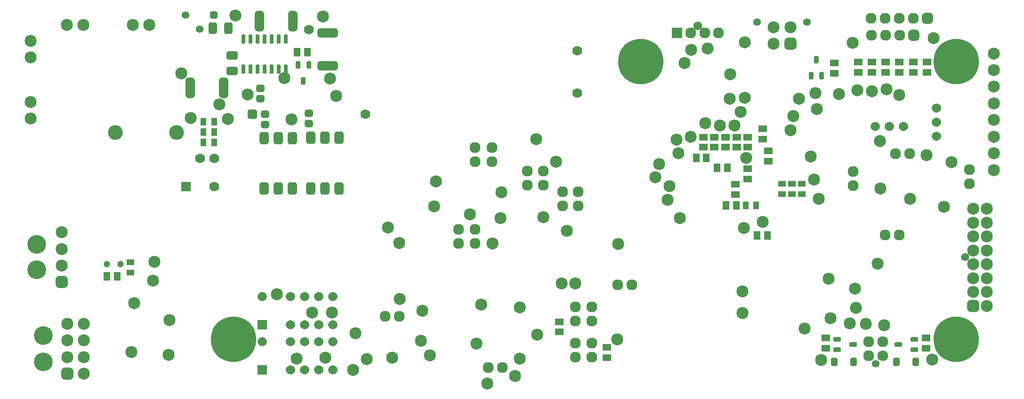
<source format=gbs>
G04*
G04 #@! TF.GenerationSoftware,Altium Limited,Altium Designer,23.0.1 (38)*
G04*
G04 Layer_Color=16711935*
%FSLAX44Y44*%
%MOMM*%
G71*
G04*
G04 #@! TF.SameCoordinates,45C13FE1-74D7-4DC4-897C-9120B35D5960*
G04*
G04*
G04 #@! TF.FilePolarity,Negative*
G04*
G01*
G75*
%ADD46R,1.3100X1.5100*%
G04:AMPARAMS|DCode=47|XSize=0.81mm|YSize=1.41mm|CornerRadius=0.2425mm|HoleSize=0mm|Usage=FLASHONLY|Rotation=90.000|XOffset=0mm|YOffset=0mm|HoleType=Round|Shape=RoundedRectangle|*
%AMROUNDEDRECTD47*
21,1,0.8100,0.9250,0,0,90.0*
21,1,0.3250,1.4100,0,0,90.0*
1,1,0.4850,0.4625,0.1625*
1,1,0.4850,0.4625,-0.1625*
1,1,0.4850,-0.4625,-0.1625*
1,1,0.4850,-0.4625,0.1625*
%
%ADD47ROUNDEDRECTD47*%
%ADD48R,1.5100X1.3100*%
%ADD51R,1.4600X1.0600*%
%ADD56R,1.0600X1.4600*%
G04:AMPARAMS|DCode=59|XSize=0.81mm|YSize=1.41mm|CornerRadius=0.2425mm|HoleSize=0mm|Usage=FLASHONLY|Rotation=180.000|XOffset=0mm|YOffset=0mm|HoleType=Round|Shape=RoundedRectangle|*
%AMROUNDEDRECTD59*
21,1,0.8100,0.9250,0,0,180.0*
21,1,0.3250,1.4100,0,0,180.0*
1,1,0.4850,-0.1625,0.4625*
1,1,0.4850,0.1625,0.4625*
1,1,0.4850,0.1625,-0.4625*
1,1,0.4850,-0.1625,-0.4625*
%
%ADD59ROUNDEDRECTD59*%
G04:AMPARAMS|DCode=68|XSize=1.46mm|YSize=1.26mm|CornerRadius=0.355mm|HoleSize=0mm|Usage=FLASHONLY|Rotation=90.000|XOffset=0mm|YOffset=0mm|HoleType=Round|Shape=RoundedRectangle|*
%AMROUNDEDRECTD68*
21,1,1.4600,0.5500,0,0,90.0*
21,1,0.7500,1.2600,0,0,90.0*
1,1,0.7100,0.2750,0.3750*
1,1,0.7100,0.2750,-0.3750*
1,1,0.7100,-0.2750,-0.3750*
1,1,0.7100,-0.2750,0.3750*
%
%ADD68ROUNDEDRECTD68*%
%ADD71C,2.1600*%
G04:AMPARAMS|DCode=72|XSize=2.16mm|YSize=2.16mm|CornerRadius=0.58mm|HoleSize=0mm|Usage=FLASHONLY|Rotation=180.000|XOffset=0mm|YOffset=0mm|HoleType=Round|Shape=RoundedRectangle|*
%AMROUNDEDRECTD72*
21,1,2.1600,1.0000,0,0,180.0*
21,1,1.0000,2.1600,0,0,180.0*
1,1,1.1600,-0.5000,0.5000*
1,1,1.1600,0.5000,0.5000*
1,1,1.1600,0.5000,-0.5000*
1,1,1.1600,-0.5000,-0.5000*
%
%ADD72ROUNDEDRECTD72*%
%ADD73C,1.4600*%
%ADD74O,1.9600X1.8600*%
%ADD75C,1.9600*%
%ADD76C,1.3600*%
%ADD77C,3.3600*%
G04:AMPARAMS|DCode=78|XSize=2.16mm|YSize=2.16mm|CornerRadius=0.58mm|HoleSize=0mm|Usage=FLASHONLY|Rotation=270.000|XOffset=0mm|YOffset=0mm|HoleType=Round|Shape=RoundedRectangle|*
%AMROUNDEDRECTD78*
21,1,2.1600,1.0000,0,0,270.0*
21,1,1.0000,2.1600,0,0,270.0*
1,1,1.1600,-0.5000,-0.5000*
1,1,1.1600,-0.5000,0.5000*
1,1,1.1600,0.5000,0.5000*
1,1,1.1600,0.5000,-0.5000*
%
%ADD78ROUNDEDRECTD78*%
%ADD79C,2.6600*%
%ADD80C,1.6600*%
%ADD81R,1.6600X1.6600*%
%ADD82C,1.7600*%
G04:AMPARAMS|DCode=83|XSize=1.76mm|YSize=1.76mm|CornerRadius=0.48mm|HoleSize=0mm|Usage=FLASHONLY|Rotation=0.000|XOffset=0mm|YOffset=0mm|HoleType=Round|Shape=RoundedRectangle|*
%AMROUNDEDRECTD83*
21,1,1.7600,0.8000,0,0,0.0*
21,1,0.8000,1.7600,0,0,0.0*
1,1,0.9600,0.4000,-0.4000*
1,1,0.9600,-0.4000,-0.4000*
1,1,0.9600,-0.4000,0.4000*
1,1,0.9600,0.4000,0.4000*
%
%ADD83ROUNDEDRECTD83*%
%ADD84C,1.5600*%
%ADD85R,1.9600X1.9600*%
%ADD86C,8.1600*%
%ADD87R,1.7600X1.7600*%
%ADD88C,1.1600*%
G04:AMPARAMS|DCode=89|XSize=1.36mm|YSize=1.36mm|CornerRadius=0.38mm|HoleSize=0mm|Usage=FLASHONLY|Rotation=270.000|XOffset=0mm|YOffset=0mm|HoleType=Round|Shape=RoundedRectangle|*
%AMROUNDEDRECTD89*
21,1,1.3600,0.6000,0,0,270.0*
21,1,0.6000,1.3600,0,0,270.0*
1,1,0.7600,-0.3000,-0.3000*
1,1,0.7600,-0.3000,0.3000*
1,1,0.7600,0.3000,0.3000*
1,1,0.7600,0.3000,-0.3000*
%
%ADD89ROUNDEDRECTD89*%
G04:AMPARAMS|DCode=90|XSize=1.96mm|YSize=1.96mm|CornerRadius=0.53mm|HoleSize=0mm|Usage=FLASHONLY|Rotation=270.000|XOffset=0mm|YOffset=0mm|HoleType=Round|Shape=RoundedRectangle|*
%AMROUNDEDRECTD90*
21,1,1.9600,0.9000,0,0,270.0*
21,1,0.9000,1.9600,0,0,270.0*
1,1,1.0600,-0.4500,-0.4500*
1,1,1.0600,-0.4500,0.4500*
1,1,1.0600,0.4500,0.4500*
1,1,1.0600,0.4500,-0.4500*
%
%ADD90ROUNDEDRECTD90*%
G04:AMPARAMS|DCode=127|XSize=3.66mm|YSize=1.66mm|CornerRadius=0.455mm|HoleSize=0mm|Usage=FLASHONLY|Rotation=0.000|XOffset=0mm|YOffset=0mm|HoleType=Round|Shape=RoundedRectangle|*
%AMROUNDEDRECTD127*
21,1,3.6600,0.7500,0,0,0.0*
21,1,2.7500,1.6600,0,0,0.0*
1,1,0.9100,1.3750,-0.3750*
1,1,0.9100,-1.3750,-0.3750*
1,1,0.9100,-1.3750,0.3750*
1,1,0.9100,1.3750,0.3750*
%
%ADD127ROUNDEDRECTD127*%
G04:AMPARAMS|DCode=128|XSize=3.66mm|YSize=1.66mm|CornerRadius=0.455mm|HoleSize=0mm|Usage=FLASHONLY|Rotation=270.000|XOffset=0mm|YOffset=0mm|HoleType=Round|Shape=RoundedRectangle|*
%AMROUNDEDRECTD128*
21,1,3.6600,0.7500,0,0,270.0*
21,1,2.7500,1.6600,0,0,270.0*
1,1,0.9100,-0.3750,-1.3750*
1,1,0.9100,-0.3750,1.3750*
1,1,0.9100,0.3750,1.3750*
1,1,0.9100,0.3750,-1.3750*
%
%ADD128ROUNDEDRECTD128*%
G04:AMPARAMS|DCode=129|XSize=1.51mm|YSize=1.31mm|CornerRadius=0.3675mm|HoleSize=0mm|Usage=FLASHONLY|Rotation=0.000|XOffset=0mm|YOffset=0mm|HoleType=Round|Shape=RoundedRectangle|*
%AMROUNDEDRECTD129*
21,1,1.5100,0.5750,0,0,0.0*
21,1,0.7750,1.3100,0,0,0.0*
1,1,0.7350,0.3875,-0.2875*
1,1,0.7350,-0.3875,-0.2875*
1,1,0.7350,-0.3875,0.2875*
1,1,0.7350,0.3875,0.2875*
%
%ADD129ROUNDEDRECTD129*%
G04:AMPARAMS|DCode=130|XSize=0.76mm|YSize=1.61mm|CornerRadius=0.23mm|HoleSize=0mm|Usage=FLASHONLY|Rotation=0.000|XOffset=0mm|YOffset=0mm|HoleType=Round|Shape=RoundedRectangle|*
%AMROUNDEDRECTD130*
21,1,0.7600,1.1500,0,0,0.0*
21,1,0.3000,1.6100,0,0,0.0*
1,1,0.4600,0.1500,-0.5750*
1,1,0.4600,-0.1500,-0.5750*
1,1,0.4600,-0.1500,0.5750*
1,1,0.4600,0.1500,0.5750*
%
%ADD130ROUNDEDRECTD130*%
G04:AMPARAMS|DCode=131|XSize=2.11mm|YSize=1.56mm|CornerRadius=0.43mm|HoleSize=0mm|Usage=FLASHONLY|Rotation=270.000|XOffset=0mm|YOffset=0mm|HoleType=Round|Shape=RoundedRectangle|*
%AMROUNDEDRECTD131*
21,1,2.1100,0.7000,0,0,270.0*
21,1,1.2500,1.5600,0,0,270.0*
1,1,0.8600,-0.3500,-0.6250*
1,1,0.8600,-0.3500,0.6250*
1,1,0.8600,0.3500,0.6250*
1,1,0.8600,0.3500,-0.6250*
%
%ADD131ROUNDEDRECTD131*%
G04:AMPARAMS|DCode=132|XSize=2.11mm|YSize=1.56mm|CornerRadius=0.43mm|HoleSize=0mm|Usage=FLASHONLY|Rotation=180.000|XOffset=0mm|YOffset=0mm|HoleType=Round|Shape=RoundedRectangle|*
%AMROUNDEDRECTD132*
21,1,2.1100,0.7000,0,0,180.0*
21,1,1.2500,1.5600,0,0,180.0*
1,1,0.8600,-0.6250,0.3500*
1,1,0.8600,0.6250,0.3500*
1,1,0.8600,0.6250,-0.3500*
1,1,0.8600,-0.6250,-0.3500*
%
%ADD132ROUNDEDRECTD132*%
G04:AMPARAMS|DCode=133|XSize=1.66mm|YSize=2.26mm|CornerRadius=0.455mm|HoleSize=0mm|Usage=FLASHONLY|Rotation=180.000|XOffset=0mm|YOffset=0mm|HoleType=Round|Shape=RoundedRectangle|*
%AMROUNDEDRECTD133*
21,1,1.6600,1.3500,0,0,180.0*
21,1,0.7500,2.2600,0,0,180.0*
1,1,0.9100,-0.3750,0.6750*
1,1,0.9100,0.3750,0.6750*
1,1,0.9100,0.3750,-0.6750*
1,1,0.9100,-0.3750,-0.6750*
%
%ADD133ROUNDEDRECTD133*%
D46*
X1360250Y287000D02*
D03*
X1341750D02*
D03*
X191000Y213250D02*
D03*
X172500D02*
D03*
X1250750Y426500D02*
D03*
X1232250D02*
D03*
X1270000Y409000D02*
D03*
X1288500D02*
D03*
X1304250Y341000D02*
D03*
X1285750D02*
D03*
X514750Y616500D02*
D03*
X533250D02*
D03*
D47*
X1596088Y90500D02*
D03*
X1624588Y100000D02*
D03*
Y81000D02*
D03*
X1486000Y100000D02*
D03*
Y81000D02*
D03*
X1514500Y90500D02*
D03*
D48*
X1646000Y102250D02*
D03*
Y83750D02*
D03*
X1465000D02*
D03*
Y102250D02*
D03*
X986000Y112750D02*
D03*
Y131250D02*
D03*
X1072000Y66750D02*
D03*
Y85250D02*
D03*
X1647220Y598950D02*
D03*
Y580450D02*
D03*
X1480250Y578750D02*
D03*
Y597250D02*
D03*
X1361750Y420250D02*
D03*
Y438750D02*
D03*
X1352250Y460500D02*
D03*
Y479000D02*
D03*
X1597716Y580450D02*
D03*
Y598950D02*
D03*
X1622468Y580450D02*
D03*
Y598950D02*
D03*
X1303000Y360750D02*
D03*
Y379250D02*
D03*
X1572964Y580450D02*
D03*
Y598950D02*
D03*
X1548212Y580450D02*
D03*
Y598950D02*
D03*
X1523460Y580450D02*
D03*
Y598950D02*
D03*
X1324750Y406750D02*
D03*
Y388250D02*
D03*
X1325000Y445500D02*
D03*
Y464000D02*
D03*
X1305000Y445500D02*
D03*
Y464000D02*
D03*
X1285000Y445500D02*
D03*
Y464000D02*
D03*
X1265000D02*
D03*
Y445500D02*
D03*
X1245000D02*
D03*
Y464000D02*
D03*
D51*
X1386870Y379900D02*
D03*
Y360900D02*
D03*
X1404650Y379900D02*
D03*
Y360900D02*
D03*
X1422430Y379900D02*
D03*
Y360900D02*
D03*
X215000Y219750D02*
D03*
Y238750D02*
D03*
D56*
X346250Y454500D02*
D03*
X365250D02*
D03*
X346500Y473250D02*
D03*
X365500D02*
D03*
X346500Y491750D02*
D03*
X365500D02*
D03*
X1321500Y340750D02*
D03*
X1340500D02*
D03*
D59*
X516500Y594000D02*
D03*
X535500D02*
D03*
X526000Y565500D02*
D03*
X1457750Y574500D02*
D03*
X1448250Y603000D02*
D03*
X1438750Y574500D02*
D03*
D68*
X1627500Y59000D02*
D03*
X1592500D02*
D03*
X1515500Y59000D02*
D03*
X1480500D02*
D03*
D71*
X561000Y681000D02*
D03*
X957500Y320000D02*
D03*
X1000000Y295000D02*
D03*
X306000Y579000D02*
D03*
X1457000Y62000D02*
D03*
X1570000Y125000D02*
D03*
X1509000Y128000D02*
D03*
X990000Y200000D02*
D03*
X1090000Y100000D02*
D03*
X880000Y318000D02*
D03*
X866000Y272000D02*
D03*
X946000Y108000D02*
D03*
X1015000Y200000D02*
D03*
X1513750Y633750D02*
D03*
X1678250Y338000D02*
D03*
X1453000Y352750D02*
D03*
X323250Y498000D02*
D03*
X1300750Y484750D02*
D03*
X1312000Y509000D02*
D03*
X1293000Y532750D02*
D03*
X1322000Y426500D02*
D03*
X1447000Y543000D02*
D03*
X678250Y301250D02*
D03*
X764250Y383750D02*
D03*
X585000Y538000D02*
D03*
X374750Y523000D02*
D03*
X389750Y496750D02*
D03*
X425750Y540750D02*
D03*
X492000Y570250D02*
D03*
X574000Y569500D02*
D03*
X221250Y164750D02*
D03*
X255750Y205500D02*
D03*
X285000Y134500D02*
D03*
X283500Y71500D02*
D03*
X216500Y76750D02*
D03*
X513500Y65000D02*
D03*
X565500Y66500D02*
D03*
X639500Y64250D02*
D03*
X739500Y151000D02*
D03*
X945000Y460000D02*
D03*
X1252750Y623500D02*
D03*
X1223250Y621500D02*
D03*
X1417000Y533000D02*
D03*
X1522000Y548000D02*
D03*
X1548750Y547000D02*
D03*
X1574250Y549750D02*
D03*
X1597500Y539750D02*
D03*
X1562751Y456550D02*
D03*
X1402000Y476500D02*
D03*
X1222500Y464250D02*
D03*
X1197250Y459250D02*
D03*
X1200500Y434750D02*
D03*
X1166000Y415750D02*
D03*
X1158750Y391500D02*
D03*
X1184250Y375750D02*
D03*
X1203250Y317750D02*
D03*
X1318000Y300000D02*
D03*
X1315500Y146750D02*
D03*
X1474250Y137750D02*
D03*
X1519750Y156500D02*
D03*
X1352000Y311000D02*
D03*
X1563750Y371750D02*
D03*
X1616750Y352750D02*
D03*
X1691500Y418500D02*
D03*
X1646250Y431750D02*
D03*
X980000Y420000D02*
D03*
X1537250Y127250D02*
D03*
X1517750Y191000D02*
D03*
X1427250Y118750D02*
D03*
X1470750Y208750D02*
D03*
X1406750Y502000D02*
D03*
X1449500Y514750D02*
D03*
X1092000Y271250D02*
D03*
X915000Y157000D02*
D03*
X915000Y65000D02*
D03*
X882250Y364750D02*
D03*
X825000Y325000D02*
D03*
X1444250Y387750D02*
D03*
X404000Y683000D02*
D03*
X504250Y496000D02*
D03*
X761250Y339500D02*
D03*
X619750Y110250D02*
D03*
X542000Y147750D02*
D03*
X577000Y147500D02*
D03*
X478000Y180500D02*
D03*
X837500Y92000D02*
D03*
X699250Y172500D02*
D03*
X686000Y66750D02*
D03*
X753000Y71000D02*
D03*
X737000Y97250D02*
D03*
X1181000Y350750D02*
D03*
X1438720Y428820D02*
D03*
X1211500Y597750D02*
D03*
X1319500Y634750D02*
D03*
X1249000Y489000D02*
D03*
X1275000Y484750D02*
D03*
X1293500Y576750D02*
D03*
X1319500Y535000D02*
D03*
X1659500Y642250D02*
D03*
X615250Y44500D02*
D03*
X857000Y20000D02*
D03*
X906750Y33750D02*
D03*
X1315250Y186250D02*
D03*
X1489500Y541750D02*
D03*
X845750Y162250D02*
D03*
X258000Y239000D02*
D03*
X1558750Y235750D02*
D03*
X1657000Y63000D02*
D03*
X698000Y273000D02*
D03*
X1755000Y335000D02*
D03*
X1730000Y310000D02*
D03*
X1755000D02*
D03*
X1730000Y285000D02*
D03*
X1755000D02*
D03*
X1730000Y260000D02*
D03*
X1755000D02*
D03*
X1730000Y235000D02*
D03*
X1755000Y160000D02*
D03*
Y185000D02*
D03*
X1730000D02*
D03*
Y210000D02*
D03*
Y335000D02*
D03*
X1755000Y235000D02*
D03*
Y210000D02*
D03*
X91016Y232500D02*
D03*
Y262500D02*
D03*
Y292500D02*
D03*
X1767250Y434750D02*
D03*
Y404750D02*
D03*
Y464750D02*
D03*
Y494750D02*
D03*
Y524750D02*
D03*
Y554750D02*
D03*
Y584750D02*
D03*
Y614750D02*
D03*
X35000Y527500D02*
D03*
Y497500D02*
D03*
X101200Y127500D02*
D03*
Y67500D02*
D03*
X131200Y127500D02*
D03*
Y67500D02*
D03*
Y37500D02*
D03*
Y97500D02*
D03*
X101200D02*
D03*
X35000Y607500D02*
D03*
Y637500D02*
D03*
X1371500Y631850D02*
D03*
X1401500Y661850D02*
D03*
X218750Y666250D02*
D03*
X248750D02*
D03*
X100250D02*
D03*
X130250D02*
D03*
X1371500Y661850D02*
D03*
D72*
X1730000Y160000D02*
D03*
X101200Y37500D02*
D03*
D73*
X1716195Y247500D02*
D03*
D74*
X1567700Y69970D02*
D03*
D75*
Y94970D02*
D03*
X1542700D02*
D03*
X1542300Y69970D02*
D03*
X929000Y377300D02*
D03*
Y402700D02*
D03*
X992500Y339800D02*
D03*
Y365200D02*
D03*
X1020000Y365200D02*
D03*
Y339800D02*
D03*
X957500Y402900D02*
D03*
Y377500D02*
D03*
X1015000Y67300D02*
D03*
Y92700D02*
D03*
X1045000Y157700D02*
D03*
Y132300D02*
D03*
X1015000D02*
D03*
Y157700D02*
D03*
X1045000Y92700D02*
D03*
Y67300D02*
D03*
X835000Y419600D02*
D03*
Y445000D02*
D03*
X805000Y272300D02*
D03*
Y297700D02*
D03*
X865000Y445000D02*
D03*
Y419600D02*
D03*
X835000Y297700D02*
D03*
Y272300D02*
D03*
X1272750Y651250D02*
D03*
X1247750D02*
D03*
X1222750D02*
D03*
X1091550Y197750D02*
D03*
X1116950D02*
D03*
X1724000Y405000D02*
D03*
Y379600D02*
D03*
X1616200Y434250D02*
D03*
X1590800D02*
D03*
X858300Y49000D02*
D03*
X883700D02*
D03*
X1597650Y287500D02*
D03*
X1572250D02*
D03*
X1514250Y402200D02*
D03*
Y376800D02*
D03*
X1598500Y647500D02*
D03*
X1573100D02*
D03*
X1547700D02*
D03*
X1597100Y677500D02*
D03*
X1622500D02*
D03*
X1571700D02*
D03*
X1546300D02*
D03*
X673050Y141500D02*
D03*
X698450D02*
D03*
D76*
X1555000Y56000D02*
D03*
X339000Y658000D02*
D03*
X313600Y683400D02*
D03*
X1341500Y671250D02*
D03*
X1431500D02*
D03*
D77*
X46016Y271000D02*
D03*
Y224900D02*
D03*
X58000Y106000D02*
D03*
Y59000D02*
D03*
D78*
X91016Y202500D02*
D03*
X1401500Y631850D02*
D03*
D79*
X187500Y472500D02*
D03*
X297500D02*
D03*
D80*
X578700Y176250D02*
D03*
Y125450D02*
D03*
X527900Y176250D02*
D03*
Y125450D02*
D03*
X451700Y176250D02*
D03*
X502500D02*
D03*
X553300D02*
D03*
X502500Y125450D02*
D03*
X553300D02*
D03*
X1664000Y491000D02*
D03*
Y465600D02*
D03*
Y516400D02*
D03*
X578700Y95150D02*
D03*
Y44350D02*
D03*
X527900Y95150D02*
D03*
Y44350D02*
D03*
X451700Y95150D02*
D03*
X502500D02*
D03*
X553300D02*
D03*
X502500Y44350D02*
D03*
X553300D02*
D03*
X1579750Y483500D02*
D03*
X1605150D02*
D03*
X1554350D02*
D03*
D81*
X451700Y125450D02*
D03*
Y44350D02*
D03*
D82*
X535650Y657900D02*
D03*
X637250Y505500D02*
D03*
X1018250Y543600D02*
D03*
Y619800D02*
D03*
X365900Y374350D02*
D03*
X340500Y425150D02*
D03*
X365900D02*
D03*
D83*
X434050Y505500D02*
D03*
D84*
X1235250Y664650D02*
D03*
D85*
X1197750Y651250D02*
D03*
D86*
X400000Y100000D02*
D03*
X1132500Y600000D02*
D03*
X1700000D02*
D03*
Y100000D02*
D03*
D87*
X315100Y374350D02*
D03*
D88*
X172500Y235000D02*
D03*
X197500D02*
D03*
D89*
X364400Y683400D02*
D03*
D90*
X1623900Y647500D02*
D03*
X1647900Y677500D02*
D03*
D127*
X570000Y652000D02*
D03*
Y592000D02*
D03*
D128*
X507000Y673000D02*
D03*
X447000D02*
D03*
X382750Y552750D02*
D03*
X322750D02*
D03*
D129*
X535500Y506750D02*
D03*
Y488250D02*
D03*
X457000Y486750D02*
D03*
Y505250D02*
D03*
X448250Y552000D02*
D03*
Y533500D02*
D03*
D130*
X418400Y641000D02*
D03*
X431100D02*
D03*
X443800D02*
D03*
X456500D02*
D03*
X469200D02*
D03*
X481900D02*
D03*
X494600D02*
D03*
X418400Y586500D02*
D03*
X431100D02*
D03*
X443800D02*
D03*
X456500D02*
D03*
X469200D02*
D03*
X481900D02*
D03*
X494600D02*
D03*
D131*
X363000Y660000D02*
D03*
X391000D02*
D03*
D132*
X398000Y583000D02*
D03*
Y611000D02*
D03*
D133*
X506150Y371250D02*
D03*
X480750D02*
D03*
X455350D02*
D03*
X506150Y462250D02*
D03*
X480750D02*
D03*
X455350D02*
D03*
X590150Y371500D02*
D03*
X564750D02*
D03*
X539350D02*
D03*
X590150Y462500D02*
D03*
X564750D02*
D03*
X539350D02*
D03*
M02*

</source>
